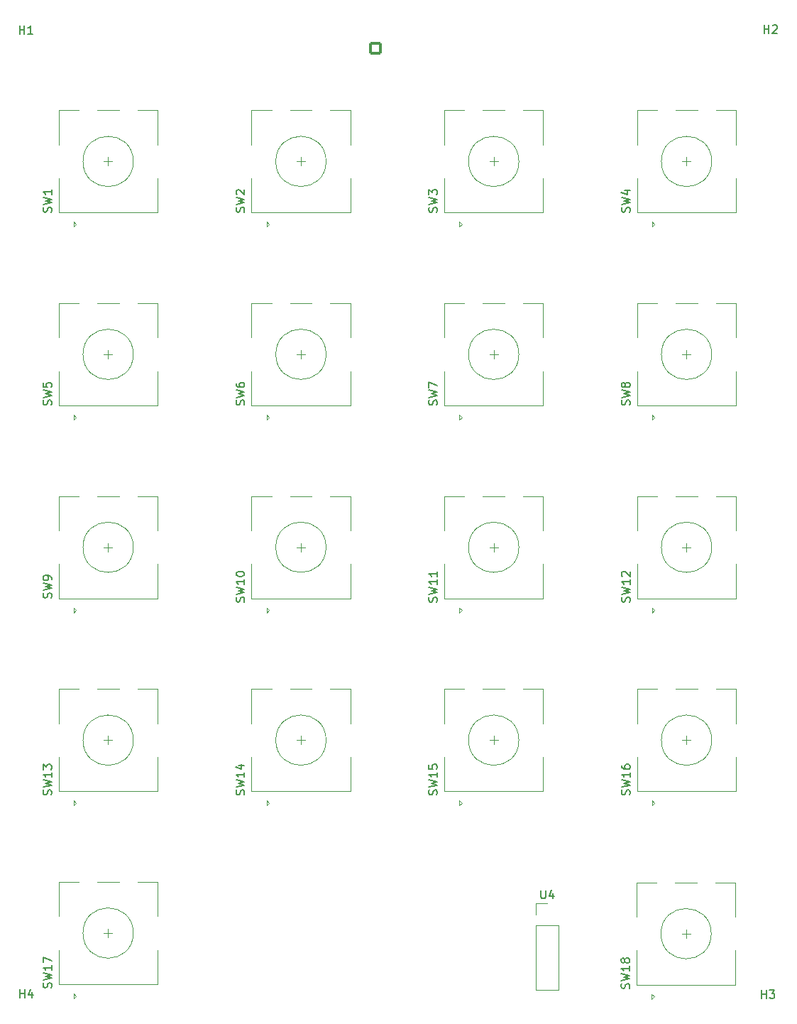
<source format=gbr>
%TF.GenerationSoftware,KiCad,Pcbnew,9.0.6*%
%TF.CreationDate,2025-12-05T21:30:17-05:00*%
%TF.ProjectId,PicoMIDIcontroller,5069636f-4d49-4444-9963-6f6e74726f6c,rev?*%
%TF.SameCoordinates,Original*%
%TF.FileFunction,Legend,Top*%
%TF.FilePolarity,Positive*%
%FSLAX46Y46*%
G04 Gerber Fmt 4.6, Leading zero omitted, Abs format (unit mm)*
G04 Created by KiCad (PCBNEW 9.0.6) date 2025-12-05 21:30:17*
%MOMM*%
%LPD*%
G01*
G04 APERTURE LIST*
G04 Aperture macros list*
%AMRoundRect*
0 Rectangle with rounded corners*
0 $1 Rounding radius*
0 $2 $3 $4 $5 $6 $7 $8 $9 X,Y pos of 4 corners*
0 Add a 4 corners polygon primitive as box body*
4,1,4,$2,$3,$4,$5,$6,$7,$8,$9,$2,$3,0*
0 Add four circle primitives for the rounded corners*
1,1,$1+$1,$2,$3*
1,1,$1+$1,$4,$5*
1,1,$1+$1,$6,$7*
1,1,$1+$1,$8,$9*
0 Add four rect primitives between the rounded corners*
20,1,$1+$1,$2,$3,$4,$5,0*
20,1,$1+$1,$4,$5,$6,$7,0*
20,1,$1+$1,$6,$7,$8,$9,0*
20,1,$1+$1,$8,$9,$2,$3,0*%
%AMFreePoly0*
4,1,37,0.603843,0.796157,0.639018,0.796157,0.711114,0.766294,0.766294,0.711114,0.796157,0.639018,0.796157,0.603843,0.800000,0.600000,0.800000,-0.600000,0.796157,-0.603843,0.796157,-0.639018,0.766294,-0.711114,0.711114,-0.766294,0.639018,-0.796157,0.603843,-0.796157,0.600000,-0.800000,0.000000,-0.800000,0.000000,-0.796148,-0.078414,-0.796148,-0.232228,-0.765552,-0.377117,-0.705537,
-0.507515,-0.618408,-0.618408,-0.507515,-0.705537,-0.377117,-0.765552,-0.232228,-0.796148,-0.078414,-0.796148,0.078414,-0.765552,0.232228,-0.705537,0.377117,-0.618408,0.507515,-0.507515,0.618408,-0.377117,0.705537,-0.232228,0.765552,-0.078414,0.796148,0.000000,0.796148,0.000000,0.800000,0.600000,0.800000,0.603843,0.796157,0.603843,0.796157,$1*%
%AMFreePoly1*
4,1,37,0.000000,0.796148,0.078414,0.796148,0.232228,0.765552,0.377117,0.705537,0.507515,0.618408,0.618408,0.507515,0.705537,0.377117,0.765552,0.232228,0.796148,0.078414,0.796148,-0.078414,0.765552,-0.232228,0.705537,-0.377117,0.618408,-0.507515,0.507515,-0.618408,0.377117,-0.705537,0.232228,-0.765552,0.078414,-0.796148,0.000000,-0.796148,0.000000,-0.800000,-0.600000,-0.800000,
-0.603843,-0.796157,-0.639018,-0.796157,-0.711114,-0.766294,-0.766294,-0.711114,-0.796157,-0.639018,-0.796157,-0.603843,-0.800000,-0.600000,-0.800000,0.600000,-0.796157,0.603843,-0.796157,0.639018,-0.766294,0.711114,-0.711114,0.766294,-0.639018,0.796157,-0.603843,0.796157,-0.600000,0.800000,0.000000,0.800000,0.000000,0.796148,0.000000,0.796148,$1*%
G04 Aperture macros list end*
%ADD10C,0.150000*%
%ADD11C,0.120000*%
%ADD12R,2.000000X2.000000*%
%ADD13C,2.000000*%
%ADD14C,1.600000*%
%ADD15C,3.200000*%
%ADD16R,1.700000X1.700000*%
%ADD17C,1.700000*%
%ADD18C,2.200000*%
%ADD19C,1.850000*%
%ADD20RoundRect,0.200000X0.600000X0.600000X-0.600000X0.600000X-0.600000X-0.600000X0.600000X-0.600000X0*%
%ADD21FreePoly0,180.000000*%
%ADD22FreePoly1,180.000000*%
G04 APERTURE END LIST*
D10*
X64282200Y-65033332D02*
X64329819Y-64890475D01*
X64329819Y-64890475D02*
X64329819Y-64652380D01*
X64329819Y-64652380D02*
X64282200Y-64557142D01*
X64282200Y-64557142D02*
X64234580Y-64509523D01*
X64234580Y-64509523D02*
X64139342Y-64461904D01*
X64139342Y-64461904D02*
X64044104Y-64461904D01*
X64044104Y-64461904D02*
X63948866Y-64509523D01*
X63948866Y-64509523D02*
X63901247Y-64557142D01*
X63901247Y-64557142D02*
X63853628Y-64652380D01*
X63853628Y-64652380D02*
X63806009Y-64842856D01*
X63806009Y-64842856D02*
X63758390Y-64938094D01*
X63758390Y-64938094D02*
X63710771Y-64985713D01*
X63710771Y-64985713D02*
X63615533Y-65033332D01*
X63615533Y-65033332D02*
X63520295Y-65033332D01*
X63520295Y-65033332D02*
X63425057Y-64985713D01*
X63425057Y-64985713D02*
X63377438Y-64938094D01*
X63377438Y-64938094D02*
X63329819Y-64842856D01*
X63329819Y-64842856D02*
X63329819Y-64604761D01*
X63329819Y-64604761D02*
X63377438Y-64461904D01*
X63329819Y-64128570D02*
X64329819Y-63890475D01*
X64329819Y-63890475D02*
X63615533Y-63699999D01*
X63615533Y-63699999D02*
X64329819Y-63509523D01*
X64329819Y-63509523D02*
X63329819Y-63271428D01*
X63425057Y-62938094D02*
X63377438Y-62890475D01*
X63377438Y-62890475D02*
X63329819Y-62795237D01*
X63329819Y-62795237D02*
X63329819Y-62557142D01*
X63329819Y-62557142D02*
X63377438Y-62461904D01*
X63377438Y-62461904D02*
X63425057Y-62414285D01*
X63425057Y-62414285D02*
X63520295Y-62366666D01*
X63520295Y-62366666D02*
X63615533Y-62366666D01*
X63615533Y-62366666D02*
X63758390Y-62414285D01*
X63758390Y-62414285D02*
X64329819Y-62985713D01*
X64329819Y-62985713D02*
X64329819Y-62366666D01*
X41282200Y-65033332D02*
X41329819Y-64890475D01*
X41329819Y-64890475D02*
X41329819Y-64652380D01*
X41329819Y-64652380D02*
X41282200Y-64557142D01*
X41282200Y-64557142D02*
X41234580Y-64509523D01*
X41234580Y-64509523D02*
X41139342Y-64461904D01*
X41139342Y-64461904D02*
X41044104Y-64461904D01*
X41044104Y-64461904D02*
X40948866Y-64509523D01*
X40948866Y-64509523D02*
X40901247Y-64557142D01*
X40901247Y-64557142D02*
X40853628Y-64652380D01*
X40853628Y-64652380D02*
X40806009Y-64842856D01*
X40806009Y-64842856D02*
X40758390Y-64938094D01*
X40758390Y-64938094D02*
X40710771Y-64985713D01*
X40710771Y-64985713D02*
X40615533Y-65033332D01*
X40615533Y-65033332D02*
X40520295Y-65033332D01*
X40520295Y-65033332D02*
X40425057Y-64985713D01*
X40425057Y-64985713D02*
X40377438Y-64938094D01*
X40377438Y-64938094D02*
X40329819Y-64842856D01*
X40329819Y-64842856D02*
X40329819Y-64604761D01*
X40329819Y-64604761D02*
X40377438Y-64461904D01*
X40329819Y-64128570D02*
X41329819Y-63890475D01*
X41329819Y-63890475D02*
X40615533Y-63699999D01*
X40615533Y-63699999D02*
X41329819Y-63509523D01*
X41329819Y-63509523D02*
X40329819Y-63271428D01*
X41329819Y-62366666D02*
X41329819Y-62938094D01*
X41329819Y-62652380D02*
X40329819Y-62652380D01*
X40329819Y-62652380D02*
X40472676Y-62747618D01*
X40472676Y-62747618D02*
X40567914Y-62842856D01*
X40567914Y-62842856D02*
X40615533Y-62938094D01*
X87282200Y-65033332D02*
X87329819Y-64890475D01*
X87329819Y-64890475D02*
X87329819Y-64652380D01*
X87329819Y-64652380D02*
X87282200Y-64557142D01*
X87282200Y-64557142D02*
X87234580Y-64509523D01*
X87234580Y-64509523D02*
X87139342Y-64461904D01*
X87139342Y-64461904D02*
X87044104Y-64461904D01*
X87044104Y-64461904D02*
X86948866Y-64509523D01*
X86948866Y-64509523D02*
X86901247Y-64557142D01*
X86901247Y-64557142D02*
X86853628Y-64652380D01*
X86853628Y-64652380D02*
X86806009Y-64842856D01*
X86806009Y-64842856D02*
X86758390Y-64938094D01*
X86758390Y-64938094D02*
X86710771Y-64985713D01*
X86710771Y-64985713D02*
X86615533Y-65033332D01*
X86615533Y-65033332D02*
X86520295Y-65033332D01*
X86520295Y-65033332D02*
X86425057Y-64985713D01*
X86425057Y-64985713D02*
X86377438Y-64938094D01*
X86377438Y-64938094D02*
X86329819Y-64842856D01*
X86329819Y-64842856D02*
X86329819Y-64604761D01*
X86329819Y-64604761D02*
X86377438Y-64461904D01*
X86329819Y-64128570D02*
X87329819Y-63890475D01*
X87329819Y-63890475D02*
X86615533Y-63699999D01*
X86615533Y-63699999D02*
X87329819Y-63509523D01*
X87329819Y-63509523D02*
X86329819Y-63271428D01*
X86329819Y-62985713D02*
X86329819Y-62366666D01*
X86329819Y-62366666D02*
X86710771Y-62699999D01*
X86710771Y-62699999D02*
X86710771Y-62557142D01*
X86710771Y-62557142D02*
X86758390Y-62461904D01*
X86758390Y-62461904D02*
X86806009Y-62414285D01*
X86806009Y-62414285D02*
X86901247Y-62366666D01*
X86901247Y-62366666D02*
X87139342Y-62366666D01*
X87139342Y-62366666D02*
X87234580Y-62414285D01*
X87234580Y-62414285D02*
X87282200Y-62461904D01*
X87282200Y-62461904D02*
X87329819Y-62557142D01*
X87329819Y-62557142D02*
X87329819Y-62842856D01*
X87329819Y-62842856D02*
X87282200Y-62938094D01*
X87282200Y-62938094D02*
X87234580Y-62985713D01*
X110282200Y-65033332D02*
X110329819Y-64890475D01*
X110329819Y-64890475D02*
X110329819Y-64652380D01*
X110329819Y-64652380D02*
X110282200Y-64557142D01*
X110282200Y-64557142D02*
X110234580Y-64509523D01*
X110234580Y-64509523D02*
X110139342Y-64461904D01*
X110139342Y-64461904D02*
X110044104Y-64461904D01*
X110044104Y-64461904D02*
X109948866Y-64509523D01*
X109948866Y-64509523D02*
X109901247Y-64557142D01*
X109901247Y-64557142D02*
X109853628Y-64652380D01*
X109853628Y-64652380D02*
X109806009Y-64842856D01*
X109806009Y-64842856D02*
X109758390Y-64938094D01*
X109758390Y-64938094D02*
X109710771Y-64985713D01*
X109710771Y-64985713D02*
X109615533Y-65033332D01*
X109615533Y-65033332D02*
X109520295Y-65033332D01*
X109520295Y-65033332D02*
X109425057Y-64985713D01*
X109425057Y-64985713D02*
X109377438Y-64938094D01*
X109377438Y-64938094D02*
X109329819Y-64842856D01*
X109329819Y-64842856D02*
X109329819Y-64604761D01*
X109329819Y-64604761D02*
X109377438Y-64461904D01*
X109329819Y-64128570D02*
X110329819Y-63890475D01*
X110329819Y-63890475D02*
X109615533Y-63699999D01*
X109615533Y-63699999D02*
X110329819Y-63509523D01*
X110329819Y-63509523D02*
X109329819Y-63271428D01*
X109663152Y-62461904D02*
X110329819Y-62461904D01*
X109282200Y-62699999D02*
X109996485Y-62938094D01*
X109996485Y-62938094D02*
X109996485Y-62319047D01*
X110232200Y-157584523D02*
X110279819Y-157441666D01*
X110279819Y-157441666D02*
X110279819Y-157203571D01*
X110279819Y-157203571D02*
X110232200Y-157108333D01*
X110232200Y-157108333D02*
X110184580Y-157060714D01*
X110184580Y-157060714D02*
X110089342Y-157013095D01*
X110089342Y-157013095D02*
X109994104Y-157013095D01*
X109994104Y-157013095D02*
X109898866Y-157060714D01*
X109898866Y-157060714D02*
X109851247Y-157108333D01*
X109851247Y-157108333D02*
X109803628Y-157203571D01*
X109803628Y-157203571D02*
X109756009Y-157394047D01*
X109756009Y-157394047D02*
X109708390Y-157489285D01*
X109708390Y-157489285D02*
X109660771Y-157536904D01*
X109660771Y-157536904D02*
X109565533Y-157584523D01*
X109565533Y-157584523D02*
X109470295Y-157584523D01*
X109470295Y-157584523D02*
X109375057Y-157536904D01*
X109375057Y-157536904D02*
X109327438Y-157489285D01*
X109327438Y-157489285D02*
X109279819Y-157394047D01*
X109279819Y-157394047D02*
X109279819Y-157155952D01*
X109279819Y-157155952D02*
X109327438Y-157013095D01*
X109279819Y-156679761D02*
X110279819Y-156441666D01*
X110279819Y-156441666D02*
X109565533Y-156251190D01*
X109565533Y-156251190D02*
X110279819Y-156060714D01*
X110279819Y-156060714D02*
X109279819Y-155822619D01*
X110279819Y-154917857D02*
X110279819Y-155489285D01*
X110279819Y-155203571D02*
X109279819Y-155203571D01*
X109279819Y-155203571D02*
X109422676Y-155298809D01*
X109422676Y-155298809D02*
X109517914Y-155394047D01*
X109517914Y-155394047D02*
X109565533Y-155489285D01*
X109708390Y-154346428D02*
X109660771Y-154441666D01*
X109660771Y-154441666D02*
X109613152Y-154489285D01*
X109613152Y-154489285D02*
X109517914Y-154536904D01*
X109517914Y-154536904D02*
X109470295Y-154536904D01*
X109470295Y-154536904D02*
X109375057Y-154489285D01*
X109375057Y-154489285D02*
X109327438Y-154441666D01*
X109327438Y-154441666D02*
X109279819Y-154346428D01*
X109279819Y-154346428D02*
X109279819Y-154155952D01*
X109279819Y-154155952D02*
X109327438Y-154060714D01*
X109327438Y-154060714D02*
X109375057Y-154013095D01*
X109375057Y-154013095D02*
X109470295Y-153965476D01*
X109470295Y-153965476D02*
X109517914Y-153965476D01*
X109517914Y-153965476D02*
X109613152Y-154013095D01*
X109613152Y-154013095D02*
X109660771Y-154060714D01*
X109660771Y-154060714D02*
X109708390Y-154155952D01*
X109708390Y-154155952D02*
X109708390Y-154346428D01*
X109708390Y-154346428D02*
X109756009Y-154441666D01*
X109756009Y-154441666D02*
X109803628Y-154489285D01*
X109803628Y-154489285D02*
X109898866Y-154536904D01*
X109898866Y-154536904D02*
X110089342Y-154536904D01*
X110089342Y-154536904D02*
X110184580Y-154489285D01*
X110184580Y-154489285D02*
X110232200Y-154441666D01*
X110232200Y-154441666D02*
X110279819Y-154346428D01*
X110279819Y-154346428D02*
X110279819Y-154155952D01*
X110279819Y-154155952D02*
X110232200Y-154060714D01*
X110232200Y-154060714D02*
X110184580Y-154013095D01*
X110184580Y-154013095D02*
X110089342Y-153965476D01*
X110089342Y-153965476D02*
X109898866Y-153965476D01*
X109898866Y-153965476D02*
X109803628Y-154013095D01*
X109803628Y-154013095D02*
X109756009Y-154060714D01*
X109756009Y-154060714D02*
X109708390Y-154155952D01*
X41282200Y-157509523D02*
X41329819Y-157366666D01*
X41329819Y-157366666D02*
X41329819Y-157128571D01*
X41329819Y-157128571D02*
X41282200Y-157033333D01*
X41282200Y-157033333D02*
X41234580Y-156985714D01*
X41234580Y-156985714D02*
X41139342Y-156938095D01*
X41139342Y-156938095D02*
X41044104Y-156938095D01*
X41044104Y-156938095D02*
X40948866Y-156985714D01*
X40948866Y-156985714D02*
X40901247Y-157033333D01*
X40901247Y-157033333D02*
X40853628Y-157128571D01*
X40853628Y-157128571D02*
X40806009Y-157319047D01*
X40806009Y-157319047D02*
X40758390Y-157414285D01*
X40758390Y-157414285D02*
X40710771Y-157461904D01*
X40710771Y-157461904D02*
X40615533Y-157509523D01*
X40615533Y-157509523D02*
X40520295Y-157509523D01*
X40520295Y-157509523D02*
X40425057Y-157461904D01*
X40425057Y-157461904D02*
X40377438Y-157414285D01*
X40377438Y-157414285D02*
X40329819Y-157319047D01*
X40329819Y-157319047D02*
X40329819Y-157080952D01*
X40329819Y-157080952D02*
X40377438Y-156938095D01*
X40329819Y-156604761D02*
X41329819Y-156366666D01*
X41329819Y-156366666D02*
X40615533Y-156176190D01*
X40615533Y-156176190D02*
X41329819Y-155985714D01*
X41329819Y-155985714D02*
X40329819Y-155747619D01*
X41329819Y-154842857D02*
X41329819Y-155414285D01*
X41329819Y-155128571D02*
X40329819Y-155128571D01*
X40329819Y-155128571D02*
X40472676Y-155223809D01*
X40472676Y-155223809D02*
X40567914Y-155319047D01*
X40567914Y-155319047D02*
X40615533Y-155414285D01*
X40329819Y-154509523D02*
X40329819Y-153842857D01*
X40329819Y-153842857D02*
X41329819Y-154271428D01*
X110282200Y-134509523D02*
X110329819Y-134366666D01*
X110329819Y-134366666D02*
X110329819Y-134128571D01*
X110329819Y-134128571D02*
X110282200Y-134033333D01*
X110282200Y-134033333D02*
X110234580Y-133985714D01*
X110234580Y-133985714D02*
X110139342Y-133938095D01*
X110139342Y-133938095D02*
X110044104Y-133938095D01*
X110044104Y-133938095D02*
X109948866Y-133985714D01*
X109948866Y-133985714D02*
X109901247Y-134033333D01*
X109901247Y-134033333D02*
X109853628Y-134128571D01*
X109853628Y-134128571D02*
X109806009Y-134319047D01*
X109806009Y-134319047D02*
X109758390Y-134414285D01*
X109758390Y-134414285D02*
X109710771Y-134461904D01*
X109710771Y-134461904D02*
X109615533Y-134509523D01*
X109615533Y-134509523D02*
X109520295Y-134509523D01*
X109520295Y-134509523D02*
X109425057Y-134461904D01*
X109425057Y-134461904D02*
X109377438Y-134414285D01*
X109377438Y-134414285D02*
X109329819Y-134319047D01*
X109329819Y-134319047D02*
X109329819Y-134080952D01*
X109329819Y-134080952D02*
X109377438Y-133938095D01*
X109329819Y-133604761D02*
X110329819Y-133366666D01*
X110329819Y-133366666D02*
X109615533Y-133176190D01*
X109615533Y-133176190D02*
X110329819Y-132985714D01*
X110329819Y-132985714D02*
X109329819Y-132747619D01*
X110329819Y-131842857D02*
X110329819Y-132414285D01*
X110329819Y-132128571D02*
X109329819Y-132128571D01*
X109329819Y-132128571D02*
X109472676Y-132223809D01*
X109472676Y-132223809D02*
X109567914Y-132319047D01*
X109567914Y-132319047D02*
X109615533Y-132414285D01*
X109329819Y-130985714D02*
X109329819Y-131176190D01*
X109329819Y-131176190D02*
X109377438Y-131271428D01*
X109377438Y-131271428D02*
X109425057Y-131319047D01*
X109425057Y-131319047D02*
X109567914Y-131414285D01*
X109567914Y-131414285D02*
X109758390Y-131461904D01*
X109758390Y-131461904D02*
X110139342Y-131461904D01*
X110139342Y-131461904D02*
X110234580Y-131414285D01*
X110234580Y-131414285D02*
X110282200Y-131366666D01*
X110282200Y-131366666D02*
X110329819Y-131271428D01*
X110329819Y-131271428D02*
X110329819Y-131080952D01*
X110329819Y-131080952D02*
X110282200Y-130985714D01*
X110282200Y-130985714D02*
X110234580Y-130938095D01*
X110234580Y-130938095D02*
X110139342Y-130890476D01*
X110139342Y-130890476D02*
X109901247Y-130890476D01*
X109901247Y-130890476D02*
X109806009Y-130938095D01*
X109806009Y-130938095D02*
X109758390Y-130985714D01*
X109758390Y-130985714D02*
X109710771Y-131080952D01*
X109710771Y-131080952D02*
X109710771Y-131271428D01*
X109710771Y-131271428D02*
X109758390Y-131366666D01*
X109758390Y-131366666D02*
X109806009Y-131414285D01*
X109806009Y-131414285D02*
X109901247Y-131461904D01*
X87282200Y-134509523D02*
X87329819Y-134366666D01*
X87329819Y-134366666D02*
X87329819Y-134128571D01*
X87329819Y-134128571D02*
X87282200Y-134033333D01*
X87282200Y-134033333D02*
X87234580Y-133985714D01*
X87234580Y-133985714D02*
X87139342Y-133938095D01*
X87139342Y-133938095D02*
X87044104Y-133938095D01*
X87044104Y-133938095D02*
X86948866Y-133985714D01*
X86948866Y-133985714D02*
X86901247Y-134033333D01*
X86901247Y-134033333D02*
X86853628Y-134128571D01*
X86853628Y-134128571D02*
X86806009Y-134319047D01*
X86806009Y-134319047D02*
X86758390Y-134414285D01*
X86758390Y-134414285D02*
X86710771Y-134461904D01*
X86710771Y-134461904D02*
X86615533Y-134509523D01*
X86615533Y-134509523D02*
X86520295Y-134509523D01*
X86520295Y-134509523D02*
X86425057Y-134461904D01*
X86425057Y-134461904D02*
X86377438Y-134414285D01*
X86377438Y-134414285D02*
X86329819Y-134319047D01*
X86329819Y-134319047D02*
X86329819Y-134080952D01*
X86329819Y-134080952D02*
X86377438Y-133938095D01*
X86329819Y-133604761D02*
X87329819Y-133366666D01*
X87329819Y-133366666D02*
X86615533Y-133176190D01*
X86615533Y-133176190D02*
X87329819Y-132985714D01*
X87329819Y-132985714D02*
X86329819Y-132747619D01*
X87329819Y-131842857D02*
X87329819Y-132414285D01*
X87329819Y-132128571D02*
X86329819Y-132128571D01*
X86329819Y-132128571D02*
X86472676Y-132223809D01*
X86472676Y-132223809D02*
X86567914Y-132319047D01*
X86567914Y-132319047D02*
X86615533Y-132414285D01*
X86329819Y-130938095D02*
X86329819Y-131414285D01*
X86329819Y-131414285D02*
X86806009Y-131461904D01*
X86806009Y-131461904D02*
X86758390Y-131414285D01*
X86758390Y-131414285D02*
X86710771Y-131319047D01*
X86710771Y-131319047D02*
X86710771Y-131080952D01*
X86710771Y-131080952D02*
X86758390Y-130985714D01*
X86758390Y-130985714D02*
X86806009Y-130938095D01*
X86806009Y-130938095D02*
X86901247Y-130890476D01*
X86901247Y-130890476D02*
X87139342Y-130890476D01*
X87139342Y-130890476D02*
X87234580Y-130938095D01*
X87234580Y-130938095D02*
X87282200Y-130985714D01*
X87282200Y-130985714D02*
X87329819Y-131080952D01*
X87329819Y-131080952D02*
X87329819Y-131319047D01*
X87329819Y-131319047D02*
X87282200Y-131414285D01*
X87282200Y-131414285D02*
X87234580Y-131461904D01*
X64282200Y-134509523D02*
X64329819Y-134366666D01*
X64329819Y-134366666D02*
X64329819Y-134128571D01*
X64329819Y-134128571D02*
X64282200Y-134033333D01*
X64282200Y-134033333D02*
X64234580Y-133985714D01*
X64234580Y-133985714D02*
X64139342Y-133938095D01*
X64139342Y-133938095D02*
X64044104Y-133938095D01*
X64044104Y-133938095D02*
X63948866Y-133985714D01*
X63948866Y-133985714D02*
X63901247Y-134033333D01*
X63901247Y-134033333D02*
X63853628Y-134128571D01*
X63853628Y-134128571D02*
X63806009Y-134319047D01*
X63806009Y-134319047D02*
X63758390Y-134414285D01*
X63758390Y-134414285D02*
X63710771Y-134461904D01*
X63710771Y-134461904D02*
X63615533Y-134509523D01*
X63615533Y-134509523D02*
X63520295Y-134509523D01*
X63520295Y-134509523D02*
X63425057Y-134461904D01*
X63425057Y-134461904D02*
X63377438Y-134414285D01*
X63377438Y-134414285D02*
X63329819Y-134319047D01*
X63329819Y-134319047D02*
X63329819Y-134080952D01*
X63329819Y-134080952D02*
X63377438Y-133938095D01*
X63329819Y-133604761D02*
X64329819Y-133366666D01*
X64329819Y-133366666D02*
X63615533Y-133176190D01*
X63615533Y-133176190D02*
X64329819Y-132985714D01*
X64329819Y-132985714D02*
X63329819Y-132747619D01*
X64329819Y-131842857D02*
X64329819Y-132414285D01*
X64329819Y-132128571D02*
X63329819Y-132128571D01*
X63329819Y-132128571D02*
X63472676Y-132223809D01*
X63472676Y-132223809D02*
X63567914Y-132319047D01*
X63567914Y-132319047D02*
X63615533Y-132414285D01*
X63663152Y-130985714D02*
X64329819Y-130985714D01*
X63282200Y-131223809D02*
X63996485Y-131461904D01*
X63996485Y-131461904D02*
X63996485Y-130842857D01*
X41282200Y-134509523D02*
X41329819Y-134366666D01*
X41329819Y-134366666D02*
X41329819Y-134128571D01*
X41329819Y-134128571D02*
X41282200Y-134033333D01*
X41282200Y-134033333D02*
X41234580Y-133985714D01*
X41234580Y-133985714D02*
X41139342Y-133938095D01*
X41139342Y-133938095D02*
X41044104Y-133938095D01*
X41044104Y-133938095D02*
X40948866Y-133985714D01*
X40948866Y-133985714D02*
X40901247Y-134033333D01*
X40901247Y-134033333D02*
X40853628Y-134128571D01*
X40853628Y-134128571D02*
X40806009Y-134319047D01*
X40806009Y-134319047D02*
X40758390Y-134414285D01*
X40758390Y-134414285D02*
X40710771Y-134461904D01*
X40710771Y-134461904D02*
X40615533Y-134509523D01*
X40615533Y-134509523D02*
X40520295Y-134509523D01*
X40520295Y-134509523D02*
X40425057Y-134461904D01*
X40425057Y-134461904D02*
X40377438Y-134414285D01*
X40377438Y-134414285D02*
X40329819Y-134319047D01*
X40329819Y-134319047D02*
X40329819Y-134080952D01*
X40329819Y-134080952D02*
X40377438Y-133938095D01*
X40329819Y-133604761D02*
X41329819Y-133366666D01*
X41329819Y-133366666D02*
X40615533Y-133176190D01*
X40615533Y-133176190D02*
X41329819Y-132985714D01*
X41329819Y-132985714D02*
X40329819Y-132747619D01*
X41329819Y-131842857D02*
X41329819Y-132414285D01*
X41329819Y-132128571D02*
X40329819Y-132128571D01*
X40329819Y-132128571D02*
X40472676Y-132223809D01*
X40472676Y-132223809D02*
X40567914Y-132319047D01*
X40567914Y-132319047D02*
X40615533Y-132414285D01*
X40329819Y-131509523D02*
X40329819Y-130890476D01*
X40329819Y-130890476D02*
X40710771Y-131223809D01*
X40710771Y-131223809D02*
X40710771Y-131080952D01*
X40710771Y-131080952D02*
X40758390Y-130985714D01*
X40758390Y-130985714D02*
X40806009Y-130938095D01*
X40806009Y-130938095D02*
X40901247Y-130890476D01*
X40901247Y-130890476D02*
X41139342Y-130890476D01*
X41139342Y-130890476D02*
X41234580Y-130938095D01*
X41234580Y-130938095D02*
X41282200Y-130985714D01*
X41282200Y-130985714D02*
X41329819Y-131080952D01*
X41329819Y-131080952D02*
X41329819Y-131366666D01*
X41329819Y-131366666D02*
X41282200Y-131461904D01*
X41282200Y-131461904D02*
X41234580Y-131509523D01*
X41282200Y-111033332D02*
X41329819Y-110890475D01*
X41329819Y-110890475D02*
X41329819Y-110652380D01*
X41329819Y-110652380D02*
X41282200Y-110557142D01*
X41282200Y-110557142D02*
X41234580Y-110509523D01*
X41234580Y-110509523D02*
X41139342Y-110461904D01*
X41139342Y-110461904D02*
X41044104Y-110461904D01*
X41044104Y-110461904D02*
X40948866Y-110509523D01*
X40948866Y-110509523D02*
X40901247Y-110557142D01*
X40901247Y-110557142D02*
X40853628Y-110652380D01*
X40853628Y-110652380D02*
X40806009Y-110842856D01*
X40806009Y-110842856D02*
X40758390Y-110938094D01*
X40758390Y-110938094D02*
X40710771Y-110985713D01*
X40710771Y-110985713D02*
X40615533Y-111033332D01*
X40615533Y-111033332D02*
X40520295Y-111033332D01*
X40520295Y-111033332D02*
X40425057Y-110985713D01*
X40425057Y-110985713D02*
X40377438Y-110938094D01*
X40377438Y-110938094D02*
X40329819Y-110842856D01*
X40329819Y-110842856D02*
X40329819Y-110604761D01*
X40329819Y-110604761D02*
X40377438Y-110461904D01*
X40329819Y-110128570D02*
X41329819Y-109890475D01*
X41329819Y-109890475D02*
X40615533Y-109699999D01*
X40615533Y-109699999D02*
X41329819Y-109509523D01*
X41329819Y-109509523D02*
X40329819Y-109271428D01*
X41329819Y-108842856D02*
X41329819Y-108652380D01*
X41329819Y-108652380D02*
X41282200Y-108557142D01*
X41282200Y-108557142D02*
X41234580Y-108509523D01*
X41234580Y-108509523D02*
X41091723Y-108414285D01*
X41091723Y-108414285D02*
X40901247Y-108366666D01*
X40901247Y-108366666D02*
X40520295Y-108366666D01*
X40520295Y-108366666D02*
X40425057Y-108414285D01*
X40425057Y-108414285D02*
X40377438Y-108461904D01*
X40377438Y-108461904D02*
X40329819Y-108557142D01*
X40329819Y-108557142D02*
X40329819Y-108747618D01*
X40329819Y-108747618D02*
X40377438Y-108842856D01*
X40377438Y-108842856D02*
X40425057Y-108890475D01*
X40425057Y-108890475D02*
X40520295Y-108938094D01*
X40520295Y-108938094D02*
X40758390Y-108938094D01*
X40758390Y-108938094D02*
X40853628Y-108890475D01*
X40853628Y-108890475D02*
X40901247Y-108842856D01*
X40901247Y-108842856D02*
X40948866Y-108747618D01*
X40948866Y-108747618D02*
X40948866Y-108557142D01*
X40948866Y-108557142D02*
X40901247Y-108461904D01*
X40901247Y-108461904D02*
X40853628Y-108414285D01*
X40853628Y-108414285D02*
X40758390Y-108366666D01*
X64282200Y-111509523D02*
X64329819Y-111366666D01*
X64329819Y-111366666D02*
X64329819Y-111128571D01*
X64329819Y-111128571D02*
X64282200Y-111033333D01*
X64282200Y-111033333D02*
X64234580Y-110985714D01*
X64234580Y-110985714D02*
X64139342Y-110938095D01*
X64139342Y-110938095D02*
X64044104Y-110938095D01*
X64044104Y-110938095D02*
X63948866Y-110985714D01*
X63948866Y-110985714D02*
X63901247Y-111033333D01*
X63901247Y-111033333D02*
X63853628Y-111128571D01*
X63853628Y-111128571D02*
X63806009Y-111319047D01*
X63806009Y-111319047D02*
X63758390Y-111414285D01*
X63758390Y-111414285D02*
X63710771Y-111461904D01*
X63710771Y-111461904D02*
X63615533Y-111509523D01*
X63615533Y-111509523D02*
X63520295Y-111509523D01*
X63520295Y-111509523D02*
X63425057Y-111461904D01*
X63425057Y-111461904D02*
X63377438Y-111414285D01*
X63377438Y-111414285D02*
X63329819Y-111319047D01*
X63329819Y-111319047D02*
X63329819Y-111080952D01*
X63329819Y-111080952D02*
X63377438Y-110938095D01*
X63329819Y-110604761D02*
X64329819Y-110366666D01*
X64329819Y-110366666D02*
X63615533Y-110176190D01*
X63615533Y-110176190D02*
X64329819Y-109985714D01*
X64329819Y-109985714D02*
X63329819Y-109747619D01*
X64329819Y-108842857D02*
X64329819Y-109414285D01*
X64329819Y-109128571D02*
X63329819Y-109128571D01*
X63329819Y-109128571D02*
X63472676Y-109223809D01*
X63472676Y-109223809D02*
X63567914Y-109319047D01*
X63567914Y-109319047D02*
X63615533Y-109414285D01*
X63329819Y-108223809D02*
X63329819Y-108128571D01*
X63329819Y-108128571D02*
X63377438Y-108033333D01*
X63377438Y-108033333D02*
X63425057Y-107985714D01*
X63425057Y-107985714D02*
X63520295Y-107938095D01*
X63520295Y-107938095D02*
X63710771Y-107890476D01*
X63710771Y-107890476D02*
X63948866Y-107890476D01*
X63948866Y-107890476D02*
X64139342Y-107938095D01*
X64139342Y-107938095D02*
X64234580Y-107985714D01*
X64234580Y-107985714D02*
X64282200Y-108033333D01*
X64282200Y-108033333D02*
X64329819Y-108128571D01*
X64329819Y-108128571D02*
X64329819Y-108223809D01*
X64329819Y-108223809D02*
X64282200Y-108319047D01*
X64282200Y-108319047D02*
X64234580Y-108366666D01*
X64234580Y-108366666D02*
X64139342Y-108414285D01*
X64139342Y-108414285D02*
X63948866Y-108461904D01*
X63948866Y-108461904D02*
X63710771Y-108461904D01*
X63710771Y-108461904D02*
X63520295Y-108414285D01*
X63520295Y-108414285D02*
X63425057Y-108366666D01*
X63425057Y-108366666D02*
X63377438Y-108319047D01*
X63377438Y-108319047D02*
X63329819Y-108223809D01*
X87282200Y-111509523D02*
X87329819Y-111366666D01*
X87329819Y-111366666D02*
X87329819Y-111128571D01*
X87329819Y-111128571D02*
X87282200Y-111033333D01*
X87282200Y-111033333D02*
X87234580Y-110985714D01*
X87234580Y-110985714D02*
X87139342Y-110938095D01*
X87139342Y-110938095D02*
X87044104Y-110938095D01*
X87044104Y-110938095D02*
X86948866Y-110985714D01*
X86948866Y-110985714D02*
X86901247Y-111033333D01*
X86901247Y-111033333D02*
X86853628Y-111128571D01*
X86853628Y-111128571D02*
X86806009Y-111319047D01*
X86806009Y-111319047D02*
X86758390Y-111414285D01*
X86758390Y-111414285D02*
X86710771Y-111461904D01*
X86710771Y-111461904D02*
X86615533Y-111509523D01*
X86615533Y-111509523D02*
X86520295Y-111509523D01*
X86520295Y-111509523D02*
X86425057Y-111461904D01*
X86425057Y-111461904D02*
X86377438Y-111414285D01*
X86377438Y-111414285D02*
X86329819Y-111319047D01*
X86329819Y-111319047D02*
X86329819Y-111080952D01*
X86329819Y-111080952D02*
X86377438Y-110938095D01*
X86329819Y-110604761D02*
X87329819Y-110366666D01*
X87329819Y-110366666D02*
X86615533Y-110176190D01*
X86615533Y-110176190D02*
X87329819Y-109985714D01*
X87329819Y-109985714D02*
X86329819Y-109747619D01*
X87329819Y-108842857D02*
X87329819Y-109414285D01*
X87329819Y-109128571D02*
X86329819Y-109128571D01*
X86329819Y-109128571D02*
X86472676Y-109223809D01*
X86472676Y-109223809D02*
X86567914Y-109319047D01*
X86567914Y-109319047D02*
X86615533Y-109414285D01*
X87329819Y-107890476D02*
X87329819Y-108461904D01*
X87329819Y-108176190D02*
X86329819Y-108176190D01*
X86329819Y-108176190D02*
X86472676Y-108271428D01*
X86472676Y-108271428D02*
X86567914Y-108366666D01*
X86567914Y-108366666D02*
X86615533Y-108461904D01*
X110282200Y-111509523D02*
X110329819Y-111366666D01*
X110329819Y-111366666D02*
X110329819Y-111128571D01*
X110329819Y-111128571D02*
X110282200Y-111033333D01*
X110282200Y-111033333D02*
X110234580Y-110985714D01*
X110234580Y-110985714D02*
X110139342Y-110938095D01*
X110139342Y-110938095D02*
X110044104Y-110938095D01*
X110044104Y-110938095D02*
X109948866Y-110985714D01*
X109948866Y-110985714D02*
X109901247Y-111033333D01*
X109901247Y-111033333D02*
X109853628Y-111128571D01*
X109853628Y-111128571D02*
X109806009Y-111319047D01*
X109806009Y-111319047D02*
X109758390Y-111414285D01*
X109758390Y-111414285D02*
X109710771Y-111461904D01*
X109710771Y-111461904D02*
X109615533Y-111509523D01*
X109615533Y-111509523D02*
X109520295Y-111509523D01*
X109520295Y-111509523D02*
X109425057Y-111461904D01*
X109425057Y-111461904D02*
X109377438Y-111414285D01*
X109377438Y-111414285D02*
X109329819Y-111319047D01*
X109329819Y-111319047D02*
X109329819Y-111080952D01*
X109329819Y-111080952D02*
X109377438Y-110938095D01*
X109329819Y-110604761D02*
X110329819Y-110366666D01*
X110329819Y-110366666D02*
X109615533Y-110176190D01*
X109615533Y-110176190D02*
X110329819Y-109985714D01*
X110329819Y-109985714D02*
X109329819Y-109747619D01*
X110329819Y-108842857D02*
X110329819Y-109414285D01*
X110329819Y-109128571D02*
X109329819Y-109128571D01*
X109329819Y-109128571D02*
X109472676Y-109223809D01*
X109472676Y-109223809D02*
X109567914Y-109319047D01*
X109567914Y-109319047D02*
X109615533Y-109414285D01*
X109425057Y-108461904D02*
X109377438Y-108414285D01*
X109377438Y-108414285D02*
X109329819Y-108319047D01*
X109329819Y-108319047D02*
X109329819Y-108080952D01*
X109329819Y-108080952D02*
X109377438Y-107985714D01*
X109377438Y-107985714D02*
X109425057Y-107938095D01*
X109425057Y-107938095D02*
X109520295Y-107890476D01*
X109520295Y-107890476D02*
X109615533Y-107890476D01*
X109615533Y-107890476D02*
X109758390Y-107938095D01*
X109758390Y-107938095D02*
X110329819Y-108509523D01*
X110329819Y-108509523D02*
X110329819Y-107890476D01*
X110282200Y-88033332D02*
X110329819Y-87890475D01*
X110329819Y-87890475D02*
X110329819Y-87652380D01*
X110329819Y-87652380D02*
X110282200Y-87557142D01*
X110282200Y-87557142D02*
X110234580Y-87509523D01*
X110234580Y-87509523D02*
X110139342Y-87461904D01*
X110139342Y-87461904D02*
X110044104Y-87461904D01*
X110044104Y-87461904D02*
X109948866Y-87509523D01*
X109948866Y-87509523D02*
X109901247Y-87557142D01*
X109901247Y-87557142D02*
X109853628Y-87652380D01*
X109853628Y-87652380D02*
X109806009Y-87842856D01*
X109806009Y-87842856D02*
X109758390Y-87938094D01*
X109758390Y-87938094D02*
X109710771Y-87985713D01*
X109710771Y-87985713D02*
X109615533Y-88033332D01*
X109615533Y-88033332D02*
X109520295Y-88033332D01*
X109520295Y-88033332D02*
X109425057Y-87985713D01*
X109425057Y-87985713D02*
X109377438Y-87938094D01*
X109377438Y-87938094D02*
X109329819Y-87842856D01*
X109329819Y-87842856D02*
X109329819Y-87604761D01*
X109329819Y-87604761D02*
X109377438Y-87461904D01*
X109329819Y-87128570D02*
X110329819Y-86890475D01*
X110329819Y-86890475D02*
X109615533Y-86699999D01*
X109615533Y-86699999D02*
X110329819Y-86509523D01*
X110329819Y-86509523D02*
X109329819Y-86271428D01*
X109758390Y-85747618D02*
X109710771Y-85842856D01*
X109710771Y-85842856D02*
X109663152Y-85890475D01*
X109663152Y-85890475D02*
X109567914Y-85938094D01*
X109567914Y-85938094D02*
X109520295Y-85938094D01*
X109520295Y-85938094D02*
X109425057Y-85890475D01*
X109425057Y-85890475D02*
X109377438Y-85842856D01*
X109377438Y-85842856D02*
X109329819Y-85747618D01*
X109329819Y-85747618D02*
X109329819Y-85557142D01*
X109329819Y-85557142D02*
X109377438Y-85461904D01*
X109377438Y-85461904D02*
X109425057Y-85414285D01*
X109425057Y-85414285D02*
X109520295Y-85366666D01*
X109520295Y-85366666D02*
X109567914Y-85366666D01*
X109567914Y-85366666D02*
X109663152Y-85414285D01*
X109663152Y-85414285D02*
X109710771Y-85461904D01*
X109710771Y-85461904D02*
X109758390Y-85557142D01*
X109758390Y-85557142D02*
X109758390Y-85747618D01*
X109758390Y-85747618D02*
X109806009Y-85842856D01*
X109806009Y-85842856D02*
X109853628Y-85890475D01*
X109853628Y-85890475D02*
X109948866Y-85938094D01*
X109948866Y-85938094D02*
X110139342Y-85938094D01*
X110139342Y-85938094D02*
X110234580Y-85890475D01*
X110234580Y-85890475D02*
X110282200Y-85842856D01*
X110282200Y-85842856D02*
X110329819Y-85747618D01*
X110329819Y-85747618D02*
X110329819Y-85557142D01*
X110329819Y-85557142D02*
X110282200Y-85461904D01*
X110282200Y-85461904D02*
X110234580Y-85414285D01*
X110234580Y-85414285D02*
X110139342Y-85366666D01*
X110139342Y-85366666D02*
X109948866Y-85366666D01*
X109948866Y-85366666D02*
X109853628Y-85414285D01*
X109853628Y-85414285D02*
X109806009Y-85461904D01*
X109806009Y-85461904D02*
X109758390Y-85557142D01*
X87282200Y-88033332D02*
X87329819Y-87890475D01*
X87329819Y-87890475D02*
X87329819Y-87652380D01*
X87329819Y-87652380D02*
X87282200Y-87557142D01*
X87282200Y-87557142D02*
X87234580Y-87509523D01*
X87234580Y-87509523D02*
X87139342Y-87461904D01*
X87139342Y-87461904D02*
X87044104Y-87461904D01*
X87044104Y-87461904D02*
X86948866Y-87509523D01*
X86948866Y-87509523D02*
X86901247Y-87557142D01*
X86901247Y-87557142D02*
X86853628Y-87652380D01*
X86853628Y-87652380D02*
X86806009Y-87842856D01*
X86806009Y-87842856D02*
X86758390Y-87938094D01*
X86758390Y-87938094D02*
X86710771Y-87985713D01*
X86710771Y-87985713D02*
X86615533Y-88033332D01*
X86615533Y-88033332D02*
X86520295Y-88033332D01*
X86520295Y-88033332D02*
X86425057Y-87985713D01*
X86425057Y-87985713D02*
X86377438Y-87938094D01*
X86377438Y-87938094D02*
X86329819Y-87842856D01*
X86329819Y-87842856D02*
X86329819Y-87604761D01*
X86329819Y-87604761D02*
X86377438Y-87461904D01*
X86329819Y-87128570D02*
X87329819Y-86890475D01*
X87329819Y-86890475D02*
X86615533Y-86699999D01*
X86615533Y-86699999D02*
X87329819Y-86509523D01*
X87329819Y-86509523D02*
X86329819Y-86271428D01*
X86329819Y-85985713D02*
X86329819Y-85319047D01*
X86329819Y-85319047D02*
X87329819Y-85747618D01*
X64282200Y-88033332D02*
X64329819Y-87890475D01*
X64329819Y-87890475D02*
X64329819Y-87652380D01*
X64329819Y-87652380D02*
X64282200Y-87557142D01*
X64282200Y-87557142D02*
X64234580Y-87509523D01*
X64234580Y-87509523D02*
X64139342Y-87461904D01*
X64139342Y-87461904D02*
X64044104Y-87461904D01*
X64044104Y-87461904D02*
X63948866Y-87509523D01*
X63948866Y-87509523D02*
X63901247Y-87557142D01*
X63901247Y-87557142D02*
X63853628Y-87652380D01*
X63853628Y-87652380D02*
X63806009Y-87842856D01*
X63806009Y-87842856D02*
X63758390Y-87938094D01*
X63758390Y-87938094D02*
X63710771Y-87985713D01*
X63710771Y-87985713D02*
X63615533Y-88033332D01*
X63615533Y-88033332D02*
X63520295Y-88033332D01*
X63520295Y-88033332D02*
X63425057Y-87985713D01*
X63425057Y-87985713D02*
X63377438Y-87938094D01*
X63377438Y-87938094D02*
X63329819Y-87842856D01*
X63329819Y-87842856D02*
X63329819Y-87604761D01*
X63329819Y-87604761D02*
X63377438Y-87461904D01*
X63329819Y-87128570D02*
X64329819Y-86890475D01*
X64329819Y-86890475D02*
X63615533Y-86699999D01*
X63615533Y-86699999D02*
X64329819Y-86509523D01*
X64329819Y-86509523D02*
X63329819Y-86271428D01*
X63329819Y-85461904D02*
X63329819Y-85652380D01*
X63329819Y-85652380D02*
X63377438Y-85747618D01*
X63377438Y-85747618D02*
X63425057Y-85795237D01*
X63425057Y-85795237D02*
X63567914Y-85890475D01*
X63567914Y-85890475D02*
X63758390Y-85938094D01*
X63758390Y-85938094D02*
X64139342Y-85938094D01*
X64139342Y-85938094D02*
X64234580Y-85890475D01*
X64234580Y-85890475D02*
X64282200Y-85842856D01*
X64282200Y-85842856D02*
X64329819Y-85747618D01*
X64329819Y-85747618D02*
X64329819Y-85557142D01*
X64329819Y-85557142D02*
X64282200Y-85461904D01*
X64282200Y-85461904D02*
X64234580Y-85414285D01*
X64234580Y-85414285D02*
X64139342Y-85366666D01*
X64139342Y-85366666D02*
X63901247Y-85366666D01*
X63901247Y-85366666D02*
X63806009Y-85414285D01*
X63806009Y-85414285D02*
X63758390Y-85461904D01*
X63758390Y-85461904D02*
X63710771Y-85557142D01*
X63710771Y-85557142D02*
X63710771Y-85747618D01*
X63710771Y-85747618D02*
X63758390Y-85842856D01*
X63758390Y-85842856D02*
X63806009Y-85890475D01*
X63806009Y-85890475D02*
X63901247Y-85938094D01*
X41282200Y-88033332D02*
X41329819Y-87890475D01*
X41329819Y-87890475D02*
X41329819Y-87652380D01*
X41329819Y-87652380D02*
X41282200Y-87557142D01*
X41282200Y-87557142D02*
X41234580Y-87509523D01*
X41234580Y-87509523D02*
X41139342Y-87461904D01*
X41139342Y-87461904D02*
X41044104Y-87461904D01*
X41044104Y-87461904D02*
X40948866Y-87509523D01*
X40948866Y-87509523D02*
X40901247Y-87557142D01*
X40901247Y-87557142D02*
X40853628Y-87652380D01*
X40853628Y-87652380D02*
X40806009Y-87842856D01*
X40806009Y-87842856D02*
X40758390Y-87938094D01*
X40758390Y-87938094D02*
X40710771Y-87985713D01*
X40710771Y-87985713D02*
X40615533Y-88033332D01*
X40615533Y-88033332D02*
X40520295Y-88033332D01*
X40520295Y-88033332D02*
X40425057Y-87985713D01*
X40425057Y-87985713D02*
X40377438Y-87938094D01*
X40377438Y-87938094D02*
X40329819Y-87842856D01*
X40329819Y-87842856D02*
X40329819Y-87604761D01*
X40329819Y-87604761D02*
X40377438Y-87461904D01*
X40329819Y-87128570D02*
X41329819Y-86890475D01*
X41329819Y-86890475D02*
X40615533Y-86699999D01*
X40615533Y-86699999D02*
X41329819Y-86509523D01*
X41329819Y-86509523D02*
X40329819Y-86271428D01*
X40329819Y-85414285D02*
X40329819Y-85890475D01*
X40329819Y-85890475D02*
X40806009Y-85938094D01*
X40806009Y-85938094D02*
X40758390Y-85890475D01*
X40758390Y-85890475D02*
X40710771Y-85795237D01*
X40710771Y-85795237D02*
X40710771Y-85557142D01*
X40710771Y-85557142D02*
X40758390Y-85461904D01*
X40758390Y-85461904D02*
X40806009Y-85414285D01*
X40806009Y-85414285D02*
X40901247Y-85366666D01*
X40901247Y-85366666D02*
X41139342Y-85366666D01*
X41139342Y-85366666D02*
X41234580Y-85414285D01*
X41234580Y-85414285D02*
X41282200Y-85461904D01*
X41282200Y-85461904D02*
X41329819Y-85557142D01*
X41329819Y-85557142D02*
X41329819Y-85795237D01*
X41329819Y-85795237D02*
X41282200Y-85890475D01*
X41282200Y-85890475D02*
X41234580Y-85938094D01*
X37513095Y-43804819D02*
X37513095Y-42804819D01*
X37513095Y-43281009D02*
X38084523Y-43281009D01*
X38084523Y-43804819D02*
X38084523Y-42804819D01*
X39084523Y-43804819D02*
X38513095Y-43804819D01*
X38798809Y-43804819D02*
X38798809Y-42804819D01*
X38798809Y-42804819D02*
X38703571Y-42947676D01*
X38703571Y-42947676D02*
X38608333Y-43042914D01*
X38608333Y-43042914D02*
X38513095Y-43090533D01*
X37538095Y-158729819D02*
X37538095Y-157729819D01*
X37538095Y-158206009D02*
X38109523Y-158206009D01*
X38109523Y-158729819D02*
X38109523Y-157729819D01*
X39014285Y-158063152D02*
X39014285Y-158729819D01*
X38776190Y-157682200D02*
X38538095Y-158396485D01*
X38538095Y-158396485D02*
X39157142Y-158396485D01*
X126013095Y-158779819D02*
X126013095Y-157779819D01*
X126013095Y-158256009D02*
X126584523Y-158256009D01*
X126584523Y-158779819D02*
X126584523Y-157779819D01*
X126965476Y-157779819D02*
X127584523Y-157779819D01*
X127584523Y-157779819D02*
X127251190Y-158160771D01*
X127251190Y-158160771D02*
X127394047Y-158160771D01*
X127394047Y-158160771D02*
X127489285Y-158208390D01*
X127489285Y-158208390D02*
X127536904Y-158256009D01*
X127536904Y-158256009D02*
X127584523Y-158351247D01*
X127584523Y-158351247D02*
X127584523Y-158589342D01*
X127584523Y-158589342D02*
X127536904Y-158684580D01*
X127536904Y-158684580D02*
X127489285Y-158732200D01*
X127489285Y-158732200D02*
X127394047Y-158779819D01*
X127394047Y-158779819D02*
X127108333Y-158779819D01*
X127108333Y-158779819D02*
X127013095Y-158732200D01*
X127013095Y-158732200D02*
X126965476Y-158684580D01*
X126338095Y-43729819D02*
X126338095Y-42729819D01*
X126338095Y-43206009D02*
X126909523Y-43206009D01*
X126909523Y-43729819D02*
X126909523Y-42729819D01*
X127338095Y-42825057D02*
X127385714Y-42777438D01*
X127385714Y-42777438D02*
X127480952Y-42729819D01*
X127480952Y-42729819D02*
X127719047Y-42729819D01*
X127719047Y-42729819D02*
X127814285Y-42777438D01*
X127814285Y-42777438D02*
X127861904Y-42825057D01*
X127861904Y-42825057D02*
X127909523Y-42920295D01*
X127909523Y-42920295D02*
X127909523Y-43015533D01*
X127909523Y-43015533D02*
X127861904Y-43158390D01*
X127861904Y-43158390D02*
X127290476Y-43729819D01*
X127290476Y-43729819D02*
X127909523Y-43729819D01*
X99688095Y-145894819D02*
X99688095Y-146704342D01*
X99688095Y-146704342D02*
X99735714Y-146799580D01*
X99735714Y-146799580D02*
X99783333Y-146847200D01*
X99783333Y-146847200D02*
X99878571Y-146894819D01*
X99878571Y-146894819D02*
X100069047Y-146894819D01*
X100069047Y-146894819D02*
X100164285Y-146847200D01*
X100164285Y-146847200D02*
X100211904Y-146799580D01*
X100211904Y-146799580D02*
X100259523Y-146704342D01*
X100259523Y-146704342D02*
X100259523Y-145894819D01*
X101164285Y-146228152D02*
X101164285Y-146894819D01*
X100926190Y-145847200D02*
X100688095Y-146561485D01*
X100688095Y-146561485D02*
X101307142Y-146561485D01*
D11*
%TO.C,SW2*%
X66975000Y-66800000D02*
X66975000Y-66200000D01*
X67275000Y-66500000D02*
X66975000Y-66800000D01*
X66975000Y-66200000D02*
X67275000Y-66500000D01*
X65175000Y-65100000D02*
X76975000Y-65100000D01*
X65175000Y-61000000D02*
X65175000Y-65100000D01*
X76975000Y-61000000D02*
X76975000Y-65100000D01*
X71075000Y-59500000D02*
X71075000Y-58500000D01*
X70575000Y-59000000D02*
X71575000Y-59000000D01*
X65175000Y-57000000D02*
X65175000Y-52900000D01*
X65175000Y-52900000D02*
X67575000Y-52900000D01*
X69775000Y-52900000D02*
X72375000Y-52900000D01*
X74575000Y-52900000D02*
X76975000Y-52900000D01*
X76975000Y-52900000D02*
X76975000Y-57000000D01*
X74075000Y-59000000D02*
G75*
G02*
X68075000Y-59000000I-3000000J0D01*
G01*
X68075000Y-59000000D02*
G75*
G02*
X74075000Y-59000000I3000000J0D01*
G01*
%TO.C,SW1*%
X43975000Y-66800000D02*
X43975000Y-66200000D01*
X44275000Y-66500000D02*
X43975000Y-66800000D01*
X43975000Y-66200000D02*
X44275000Y-66500000D01*
X42175000Y-65100000D02*
X53975000Y-65100000D01*
X42175000Y-61000000D02*
X42175000Y-65100000D01*
X53975000Y-61000000D02*
X53975000Y-65100000D01*
X48075000Y-59500000D02*
X48075000Y-58500000D01*
X47575000Y-59000000D02*
X48575000Y-59000000D01*
X42175000Y-57000000D02*
X42175000Y-52900000D01*
X42175000Y-52900000D02*
X44575000Y-52900000D01*
X46775000Y-52900000D02*
X49375000Y-52900000D01*
X51575000Y-52900000D02*
X53975000Y-52900000D01*
X53975000Y-52900000D02*
X53975000Y-57000000D01*
X51075000Y-59000000D02*
G75*
G02*
X45075000Y-59000000I-3000000J0D01*
G01*
X45075000Y-59000000D02*
G75*
G02*
X51075000Y-59000000I3000000J0D01*
G01*
%TO.C,SW3*%
X89975000Y-66800000D02*
X89975000Y-66200000D01*
X90275000Y-66500000D02*
X89975000Y-66800000D01*
X89975000Y-66200000D02*
X90275000Y-66500000D01*
X88175000Y-65100000D02*
X99975000Y-65100000D01*
X88175000Y-61000000D02*
X88175000Y-65100000D01*
X99975000Y-61000000D02*
X99975000Y-65100000D01*
X94075000Y-59500000D02*
X94075000Y-58500000D01*
X93575000Y-59000000D02*
X94575000Y-59000000D01*
X88175000Y-57000000D02*
X88175000Y-52900000D01*
X88175000Y-52900000D02*
X90575000Y-52900000D01*
X92775000Y-52900000D02*
X95375000Y-52900000D01*
X97575000Y-52900000D02*
X99975000Y-52900000D01*
X99975000Y-52900000D02*
X99975000Y-57000000D01*
X97075000Y-59000000D02*
G75*
G02*
X91075000Y-59000000I-3000000J0D01*
G01*
X91075000Y-59000000D02*
G75*
G02*
X97075000Y-59000000I3000000J0D01*
G01*
%TO.C,SW4*%
X112975000Y-66800000D02*
X112975000Y-66200000D01*
X113275000Y-66500000D02*
X112975000Y-66800000D01*
X112975000Y-66200000D02*
X113275000Y-66500000D01*
X111175000Y-65100000D02*
X122975000Y-65100000D01*
X111175000Y-61000000D02*
X111175000Y-65100000D01*
X122975000Y-61000000D02*
X122975000Y-65100000D01*
X117075000Y-59500000D02*
X117075000Y-58500000D01*
X116575000Y-59000000D02*
X117575000Y-59000000D01*
X111175000Y-57000000D02*
X111175000Y-52900000D01*
X111175000Y-52900000D02*
X113575000Y-52900000D01*
X115775000Y-52900000D02*
X118375000Y-52900000D01*
X120575000Y-52900000D02*
X122975000Y-52900000D01*
X122975000Y-52900000D02*
X122975000Y-57000000D01*
X120075000Y-59000000D02*
G75*
G02*
X114075000Y-59000000I-3000000J0D01*
G01*
X114075000Y-59000000D02*
G75*
G02*
X120075000Y-59000000I3000000J0D01*
G01*
%TO.C,SW18*%
X112925000Y-158875000D02*
X112925000Y-158275000D01*
X113225000Y-158575000D02*
X112925000Y-158875000D01*
X112925000Y-158275000D02*
X113225000Y-158575000D01*
X111125000Y-157175000D02*
X122925000Y-157175000D01*
X111125000Y-153075000D02*
X111125000Y-157175000D01*
X122925000Y-153075000D02*
X122925000Y-157175000D01*
X117025000Y-151575000D02*
X117025000Y-150575000D01*
X116525000Y-151075000D02*
X117525000Y-151075000D01*
X111125000Y-149075000D02*
X111125000Y-144975000D01*
X111125000Y-144975000D02*
X113525000Y-144975000D01*
X115725000Y-144975000D02*
X118325000Y-144975000D01*
X120525000Y-144975000D02*
X122925000Y-144975000D01*
X122925000Y-144975000D02*
X122925000Y-149075000D01*
X120025000Y-151075000D02*
G75*
G02*
X114025000Y-151075000I-3000000J0D01*
G01*
X114025000Y-151075000D02*
G75*
G02*
X120025000Y-151075000I3000000J0D01*
G01*
%TO.C,SW17*%
X43975000Y-158800000D02*
X43975000Y-158200000D01*
X44275000Y-158500000D02*
X43975000Y-158800000D01*
X43975000Y-158200000D02*
X44275000Y-158500000D01*
X42175000Y-157100000D02*
X53975000Y-157100000D01*
X42175000Y-153000000D02*
X42175000Y-157100000D01*
X53975000Y-153000000D02*
X53975000Y-157100000D01*
X48075000Y-151500000D02*
X48075000Y-150500000D01*
X47575000Y-151000000D02*
X48575000Y-151000000D01*
X42175000Y-149000000D02*
X42175000Y-144900000D01*
X42175000Y-144900000D02*
X44575000Y-144900000D01*
X46775000Y-144900000D02*
X49375000Y-144900000D01*
X51575000Y-144900000D02*
X53975000Y-144900000D01*
X53975000Y-144900000D02*
X53975000Y-149000000D01*
X51075000Y-151000000D02*
G75*
G02*
X45075000Y-151000000I-3000000J0D01*
G01*
X45075000Y-151000000D02*
G75*
G02*
X51075000Y-151000000I3000000J0D01*
G01*
%TO.C,SW16*%
X112975000Y-135800000D02*
X112975000Y-135200000D01*
X113275000Y-135500000D02*
X112975000Y-135800000D01*
X112975000Y-135200000D02*
X113275000Y-135500000D01*
X111175000Y-134100000D02*
X122975000Y-134100000D01*
X111175000Y-130000000D02*
X111175000Y-134100000D01*
X122975000Y-130000000D02*
X122975000Y-134100000D01*
X117075000Y-128500000D02*
X117075000Y-127500000D01*
X116575000Y-128000000D02*
X117575000Y-128000000D01*
X111175000Y-126000000D02*
X111175000Y-121900000D01*
X111175000Y-121900000D02*
X113575000Y-121900000D01*
X115775000Y-121900000D02*
X118375000Y-121900000D01*
X120575000Y-121900000D02*
X122975000Y-121900000D01*
X122975000Y-121900000D02*
X122975000Y-126000000D01*
X120075000Y-128000000D02*
G75*
G02*
X114075000Y-128000000I-3000000J0D01*
G01*
X114075000Y-128000000D02*
G75*
G02*
X120075000Y-128000000I3000000J0D01*
G01*
%TO.C,SW15*%
X89975000Y-135800000D02*
X89975000Y-135200000D01*
X90275000Y-135500000D02*
X89975000Y-135800000D01*
X89975000Y-135200000D02*
X90275000Y-135500000D01*
X88175000Y-134100000D02*
X99975000Y-134100000D01*
X88175000Y-130000000D02*
X88175000Y-134100000D01*
X99975000Y-130000000D02*
X99975000Y-134100000D01*
X94075000Y-128500000D02*
X94075000Y-127500000D01*
X93575000Y-128000000D02*
X94575000Y-128000000D01*
X88175000Y-126000000D02*
X88175000Y-121900000D01*
X88175000Y-121900000D02*
X90575000Y-121900000D01*
X92775000Y-121900000D02*
X95375000Y-121900000D01*
X97575000Y-121900000D02*
X99975000Y-121900000D01*
X99975000Y-121900000D02*
X99975000Y-126000000D01*
X97075000Y-128000000D02*
G75*
G02*
X91075000Y-128000000I-3000000J0D01*
G01*
X91075000Y-128000000D02*
G75*
G02*
X97075000Y-128000000I3000000J0D01*
G01*
%TO.C,SW14*%
X66975000Y-135800000D02*
X66975000Y-135200000D01*
X67275000Y-135500000D02*
X66975000Y-135800000D01*
X66975000Y-135200000D02*
X67275000Y-135500000D01*
X65175000Y-134100000D02*
X76975000Y-134100000D01*
X65175000Y-130000000D02*
X65175000Y-134100000D01*
X76975000Y-130000000D02*
X76975000Y-134100000D01*
X71075000Y-128500000D02*
X71075000Y-127500000D01*
X70575000Y-128000000D02*
X71575000Y-128000000D01*
X65175000Y-126000000D02*
X65175000Y-121900000D01*
X65175000Y-121900000D02*
X67575000Y-121900000D01*
X69775000Y-121900000D02*
X72375000Y-121900000D01*
X74575000Y-121900000D02*
X76975000Y-121900000D01*
X76975000Y-121900000D02*
X76975000Y-126000000D01*
X74075000Y-128000000D02*
G75*
G02*
X68075000Y-128000000I-3000000J0D01*
G01*
X68075000Y-128000000D02*
G75*
G02*
X74075000Y-128000000I3000000J0D01*
G01*
%TO.C,SW13*%
X43975000Y-135800000D02*
X43975000Y-135200000D01*
X44275000Y-135500000D02*
X43975000Y-135800000D01*
X43975000Y-135200000D02*
X44275000Y-135500000D01*
X42175000Y-134100000D02*
X53975000Y-134100000D01*
X42175000Y-130000000D02*
X42175000Y-134100000D01*
X53975000Y-130000000D02*
X53975000Y-134100000D01*
X48075000Y-128500000D02*
X48075000Y-127500000D01*
X47575000Y-128000000D02*
X48575000Y-128000000D01*
X42175000Y-126000000D02*
X42175000Y-121900000D01*
X42175000Y-121900000D02*
X44575000Y-121900000D01*
X46775000Y-121900000D02*
X49375000Y-121900000D01*
X51575000Y-121900000D02*
X53975000Y-121900000D01*
X53975000Y-121900000D02*
X53975000Y-126000000D01*
X51075000Y-128000000D02*
G75*
G02*
X45075000Y-128000000I-3000000J0D01*
G01*
X45075000Y-128000000D02*
G75*
G02*
X51075000Y-128000000I3000000J0D01*
G01*
%TO.C,SW9*%
X43975000Y-112800000D02*
X43975000Y-112200000D01*
X44275000Y-112500000D02*
X43975000Y-112800000D01*
X43975000Y-112200000D02*
X44275000Y-112500000D01*
X42175000Y-111100000D02*
X53975000Y-111100000D01*
X42175000Y-107000000D02*
X42175000Y-111100000D01*
X53975000Y-107000000D02*
X53975000Y-111100000D01*
X48075000Y-105500000D02*
X48075000Y-104500000D01*
X47575000Y-105000000D02*
X48575000Y-105000000D01*
X42175000Y-103000000D02*
X42175000Y-98900000D01*
X42175000Y-98900000D02*
X44575000Y-98900000D01*
X46775000Y-98900000D02*
X49375000Y-98900000D01*
X51575000Y-98900000D02*
X53975000Y-98900000D01*
X53975000Y-98900000D02*
X53975000Y-103000000D01*
X51075000Y-105000000D02*
G75*
G02*
X45075000Y-105000000I-3000000J0D01*
G01*
X45075000Y-105000000D02*
G75*
G02*
X51075000Y-105000000I3000000J0D01*
G01*
%TO.C,SW10*%
X66975000Y-112800000D02*
X66975000Y-112200000D01*
X67275000Y-112500000D02*
X66975000Y-112800000D01*
X66975000Y-112200000D02*
X67275000Y-112500000D01*
X65175000Y-111100000D02*
X76975000Y-111100000D01*
X65175000Y-107000000D02*
X65175000Y-111100000D01*
X76975000Y-107000000D02*
X76975000Y-111100000D01*
X71075000Y-105500000D02*
X71075000Y-104500000D01*
X70575000Y-105000000D02*
X71575000Y-105000000D01*
X65175000Y-103000000D02*
X65175000Y-98900000D01*
X65175000Y-98900000D02*
X67575000Y-98900000D01*
X69775000Y-98900000D02*
X72375000Y-98900000D01*
X74575000Y-98900000D02*
X76975000Y-98900000D01*
X76975000Y-98900000D02*
X76975000Y-103000000D01*
X74075000Y-105000000D02*
G75*
G02*
X68075000Y-105000000I-3000000J0D01*
G01*
X68075000Y-105000000D02*
G75*
G02*
X74075000Y-105000000I3000000J0D01*
G01*
%TO.C,SW11*%
X89975000Y-112800000D02*
X89975000Y-112200000D01*
X90275000Y-112500000D02*
X89975000Y-112800000D01*
X89975000Y-112200000D02*
X90275000Y-112500000D01*
X88175000Y-111100000D02*
X99975000Y-111100000D01*
X88175000Y-107000000D02*
X88175000Y-111100000D01*
X99975000Y-107000000D02*
X99975000Y-111100000D01*
X94075000Y-105500000D02*
X94075000Y-104500000D01*
X93575000Y-105000000D02*
X94575000Y-105000000D01*
X88175000Y-103000000D02*
X88175000Y-98900000D01*
X88175000Y-98900000D02*
X90575000Y-98900000D01*
X92775000Y-98900000D02*
X95375000Y-98900000D01*
X97575000Y-98900000D02*
X99975000Y-98900000D01*
X99975000Y-98900000D02*
X99975000Y-103000000D01*
X97075000Y-105000000D02*
G75*
G02*
X91075000Y-105000000I-3000000J0D01*
G01*
X91075000Y-105000000D02*
G75*
G02*
X97075000Y-105000000I3000000J0D01*
G01*
%TO.C,SW12*%
X112975000Y-112800000D02*
X112975000Y-112200000D01*
X113275000Y-112500000D02*
X112975000Y-112800000D01*
X112975000Y-112200000D02*
X113275000Y-112500000D01*
X111175000Y-111100000D02*
X122975000Y-111100000D01*
X111175000Y-107000000D02*
X111175000Y-111100000D01*
X122975000Y-107000000D02*
X122975000Y-111100000D01*
X117075000Y-105500000D02*
X117075000Y-104500000D01*
X116575000Y-105000000D02*
X117575000Y-105000000D01*
X111175000Y-103000000D02*
X111175000Y-98900000D01*
X111175000Y-98900000D02*
X113575000Y-98900000D01*
X115775000Y-98900000D02*
X118375000Y-98900000D01*
X120575000Y-98900000D02*
X122975000Y-98900000D01*
X122975000Y-98900000D02*
X122975000Y-103000000D01*
X120075000Y-105000000D02*
G75*
G02*
X114075000Y-105000000I-3000000J0D01*
G01*
X114075000Y-105000000D02*
G75*
G02*
X120075000Y-105000000I3000000J0D01*
G01*
%TO.C,SW8*%
X112975000Y-89800000D02*
X112975000Y-89200000D01*
X113275000Y-89500000D02*
X112975000Y-89800000D01*
X112975000Y-89200000D02*
X113275000Y-89500000D01*
X111175000Y-88100000D02*
X122975000Y-88100000D01*
X111175000Y-84000000D02*
X111175000Y-88100000D01*
X122975000Y-84000000D02*
X122975000Y-88100000D01*
X117075000Y-82500000D02*
X117075000Y-81500000D01*
X116575000Y-82000000D02*
X117575000Y-82000000D01*
X111175000Y-80000000D02*
X111175000Y-75900000D01*
X111175000Y-75900000D02*
X113575000Y-75900000D01*
X115775000Y-75900000D02*
X118375000Y-75900000D01*
X120575000Y-75900000D02*
X122975000Y-75900000D01*
X122975000Y-75900000D02*
X122975000Y-80000000D01*
X120075000Y-82000000D02*
G75*
G02*
X114075000Y-82000000I-3000000J0D01*
G01*
X114075000Y-82000000D02*
G75*
G02*
X120075000Y-82000000I3000000J0D01*
G01*
%TO.C,SW7*%
X89975000Y-89800000D02*
X89975000Y-89200000D01*
X90275000Y-89500000D02*
X89975000Y-89800000D01*
X89975000Y-89200000D02*
X90275000Y-89500000D01*
X88175000Y-88100000D02*
X99975000Y-88100000D01*
X88175000Y-84000000D02*
X88175000Y-88100000D01*
X99975000Y-84000000D02*
X99975000Y-88100000D01*
X94075000Y-82500000D02*
X94075000Y-81500000D01*
X93575000Y-82000000D02*
X94575000Y-82000000D01*
X88175000Y-80000000D02*
X88175000Y-75900000D01*
X88175000Y-75900000D02*
X90575000Y-75900000D01*
X92775000Y-75900000D02*
X95375000Y-75900000D01*
X97575000Y-75900000D02*
X99975000Y-75900000D01*
X99975000Y-75900000D02*
X99975000Y-80000000D01*
X97075000Y-82000000D02*
G75*
G02*
X91075000Y-82000000I-3000000J0D01*
G01*
X91075000Y-82000000D02*
G75*
G02*
X97075000Y-82000000I3000000J0D01*
G01*
%TO.C,SW6*%
X66975000Y-89800000D02*
X66975000Y-89200000D01*
X67275000Y-89500000D02*
X66975000Y-89800000D01*
X66975000Y-89200000D02*
X67275000Y-89500000D01*
X65175000Y-88100000D02*
X76975000Y-88100000D01*
X65175000Y-84000000D02*
X65175000Y-88100000D01*
X76975000Y-84000000D02*
X76975000Y-88100000D01*
X71075000Y-82500000D02*
X71075000Y-81500000D01*
X70575000Y-82000000D02*
X71575000Y-82000000D01*
X65175000Y-80000000D02*
X65175000Y-75900000D01*
X65175000Y-75900000D02*
X67575000Y-75900000D01*
X69775000Y-75900000D02*
X72375000Y-75900000D01*
X74575000Y-75900000D02*
X76975000Y-75900000D01*
X76975000Y-75900000D02*
X76975000Y-80000000D01*
X74075000Y-82000000D02*
G75*
G02*
X68075000Y-82000000I-3000000J0D01*
G01*
X68075000Y-82000000D02*
G75*
G02*
X74075000Y-82000000I3000000J0D01*
G01*
%TO.C,SW5*%
X43975000Y-89800000D02*
X43975000Y-89200000D01*
X44275000Y-89500000D02*
X43975000Y-89800000D01*
X43975000Y-89200000D02*
X44275000Y-89500000D01*
X42175000Y-88100000D02*
X53975000Y-88100000D01*
X42175000Y-84000000D02*
X42175000Y-88100000D01*
X53975000Y-84000000D02*
X53975000Y-88100000D01*
X48075000Y-82500000D02*
X48075000Y-81500000D01*
X47575000Y-82000000D02*
X48575000Y-82000000D01*
X42175000Y-80000000D02*
X42175000Y-75900000D01*
X42175000Y-75900000D02*
X44575000Y-75900000D01*
X46775000Y-75900000D02*
X49375000Y-75900000D01*
X51575000Y-75900000D02*
X53975000Y-75900000D01*
X53975000Y-75900000D02*
X53975000Y-80000000D01*
X51075000Y-82000000D02*
G75*
G02*
X45075000Y-82000000I-3000000J0D01*
G01*
X45075000Y-82000000D02*
G75*
G02*
X51075000Y-82000000I3000000J0D01*
G01*
%TO.C,U4*%
X99070000Y-147440000D02*
X100450000Y-147440000D01*
X99070000Y-148820000D02*
X99070000Y-147440000D01*
X99070000Y-150090000D02*
X99070000Y-157820000D01*
X99070000Y-150090000D02*
X101830000Y-150090000D01*
X99070000Y-157820000D02*
X101830000Y-157820000D01*
X101830000Y-150090000D02*
X101830000Y-157820000D01*
%TD*%
%LPC*%
D12*
%TO.C,SW2*%
X68575000Y-66500000D03*
D13*
X73575000Y-66500000D03*
X71075000Y-66500000D03*
X73575000Y-52000000D03*
X68575000Y-52000000D03*
%TD*%
D12*
%TO.C,SW1*%
X45575000Y-66500000D03*
D13*
X50575000Y-66500000D03*
X48075000Y-66500000D03*
X50575000Y-52000000D03*
X45575000Y-52000000D03*
%TD*%
D12*
%TO.C,SW3*%
X91575000Y-66500000D03*
D13*
X96575000Y-66500000D03*
X94075000Y-66500000D03*
X96575000Y-52000000D03*
X91575000Y-52000000D03*
%TD*%
D12*
%TO.C,SW4*%
X114575000Y-66500000D03*
D13*
X119575000Y-66500000D03*
X117075000Y-66500000D03*
X119575000Y-52000000D03*
X114575000Y-52000000D03*
%TD*%
D14*
%TO.C,J2*%
X105700000Y-53100000D03*
X105700000Y-46100000D03*
%TD*%
D12*
%TO.C,SW18*%
X114525000Y-158575000D03*
D13*
X119525000Y-158575000D03*
X117025000Y-158575000D03*
X119525000Y-144075000D03*
X114525000Y-144075000D03*
%TD*%
D12*
%TO.C,SW17*%
X45575000Y-158500000D03*
D13*
X50575000Y-158500000D03*
X48075000Y-158500000D03*
X50575000Y-144000000D03*
X45575000Y-144000000D03*
%TD*%
D12*
%TO.C,SW16*%
X114575000Y-135500000D03*
D13*
X119575000Y-135500000D03*
X117075000Y-135500000D03*
X119575000Y-121000000D03*
X114575000Y-121000000D03*
%TD*%
D12*
%TO.C,SW15*%
X91575000Y-135500000D03*
D13*
X96575000Y-135500000D03*
X94075000Y-135500000D03*
X96575000Y-121000000D03*
X91575000Y-121000000D03*
%TD*%
D12*
%TO.C,SW14*%
X68575000Y-135500000D03*
D13*
X73575000Y-135500000D03*
X71075000Y-135500000D03*
X73575000Y-121000000D03*
X68575000Y-121000000D03*
%TD*%
D12*
%TO.C,SW13*%
X45575000Y-135500000D03*
D13*
X50575000Y-135500000D03*
X48075000Y-135500000D03*
X50575000Y-121000000D03*
X45575000Y-121000000D03*
%TD*%
D12*
%TO.C,SW9*%
X45575000Y-112500000D03*
D13*
X50575000Y-112500000D03*
X48075000Y-112500000D03*
X50575000Y-98000000D03*
X45575000Y-98000000D03*
%TD*%
D12*
%TO.C,SW10*%
X68575000Y-112500000D03*
D13*
X73575000Y-112500000D03*
X71075000Y-112500000D03*
X73575000Y-98000000D03*
X68575000Y-98000000D03*
%TD*%
D12*
%TO.C,SW11*%
X91575000Y-112500000D03*
D13*
X96575000Y-112500000D03*
X94075000Y-112500000D03*
X96575000Y-98000000D03*
X91575000Y-98000000D03*
%TD*%
D12*
%TO.C,SW12*%
X114575000Y-112500000D03*
D13*
X119575000Y-112500000D03*
X117075000Y-112500000D03*
X119575000Y-98000000D03*
X114575000Y-98000000D03*
%TD*%
D12*
%TO.C,SW8*%
X114575000Y-89500000D03*
D13*
X119575000Y-89500000D03*
X117075000Y-89500000D03*
X119575000Y-75000000D03*
X114575000Y-75000000D03*
%TD*%
D12*
%TO.C,SW7*%
X91575000Y-89500000D03*
D13*
X96575000Y-89500000D03*
X94075000Y-89500000D03*
X96575000Y-75000000D03*
X91575000Y-75000000D03*
%TD*%
D12*
%TO.C,SW6*%
X68575000Y-89500000D03*
D13*
X73575000Y-89500000D03*
X71075000Y-89500000D03*
X73575000Y-75000000D03*
X68575000Y-75000000D03*
%TD*%
D12*
%TO.C,SW5*%
X45575000Y-89500000D03*
D13*
X50575000Y-89500000D03*
X48075000Y-89500000D03*
X50575000Y-75000000D03*
X45575000Y-75000000D03*
%TD*%
D15*
%TO.C,H1*%
X38275000Y-47500000D03*
%TD*%
%TO.C,H4*%
X38300000Y-162425000D03*
%TD*%
%TO.C,H3*%
X126775000Y-162475000D03*
%TD*%
%TO.C,H2*%
X127100000Y-47425000D03*
%TD*%
D16*
%TO.C,U4*%
X100450000Y-148820000D03*
D17*
X100450000Y-151360000D03*
X100450000Y-153900000D03*
X100450000Y-156440000D03*
%TD*%
D18*
%TO.C,A1*%
X73775000Y-45650000D03*
D19*
X73475000Y-48680000D03*
X68625000Y-48680000D03*
D18*
X68325000Y-45650000D03*
D20*
X79940000Y-45520000D03*
D14*
X79940000Y-48060000D03*
D21*
X79940000Y-50600000D03*
D14*
X79940000Y-53140000D03*
X79940000Y-55680000D03*
X79940000Y-58220000D03*
X79940000Y-60760000D03*
D21*
X79940000Y-63300000D03*
D14*
X79940000Y-65840000D03*
X79940000Y-68380000D03*
X79940000Y-70920000D03*
X79940000Y-73460000D03*
D21*
X79940000Y-76000000D03*
D14*
X79940000Y-78540000D03*
X79940000Y-81080000D03*
X79940000Y-83620000D03*
X79940000Y-86160000D03*
D21*
X79940000Y-88700000D03*
D14*
X79940000Y-91240000D03*
X79940000Y-93780000D03*
X62160000Y-93780000D03*
X62160000Y-91240000D03*
D22*
X62160000Y-88700000D03*
D14*
X62160000Y-86160000D03*
X62160000Y-83620000D03*
X62160000Y-81080000D03*
X62160000Y-78540000D03*
D22*
X62160000Y-76000000D03*
D14*
X62160000Y-73460000D03*
X62160000Y-70920000D03*
X62160000Y-68380000D03*
X62160000Y-65840000D03*
D22*
X62160000Y-63300000D03*
D14*
X62160000Y-60760000D03*
X62160000Y-58220000D03*
X62160000Y-55680000D03*
X62160000Y-53140000D03*
D22*
X62160000Y-50600000D03*
D14*
X62160000Y-48060000D03*
X62160000Y-45520000D03*
%TD*%
%LPD*%
M02*

</source>
